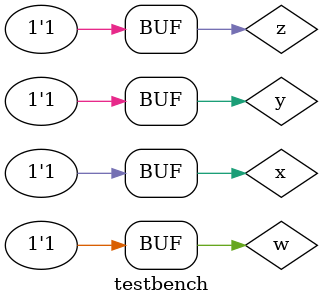
<source format=v>
`timescale 1ns / 1ps


module testbench;

	// Inputs
	reg w;
	reg x;
	reg y;
	reg z;

	// Outputs
	wire F1;
	wire F2;
	wire F3;

	// Instantiate the Unit Under Test (UUT)
	modu uut (
		.F1(F1), 
		.F2(F2), 
		.F3(F3), 
		.w(w), 
		.x(x), 
		.y(y), 
		.z(z)
	);

	initial begin
		// Initialize Inputs
w=0;
		x=0;
		y=0;
		z=0;
		#50;
		
		
		w=0;
		x=0;
		y=0;
		z=1;
		#50;
		
		
		w=0;
		x=0;
		y=1;
		z=0;
		#50;
		
		w=0;
		x=0;
		y=1;
		z=1;
		#50;
		
		w=0;
		x=1;
		y=0;
		z=0;
		#50;
		
		w=0;
		x=1;
		y=0;
		z=1;
		#50;
		
		w=0;
		x=1;
		y=1;
		z=0;
		#50;
		
		w=0;
		x=1;
		y=1;
		z=1;
		#50;
		
		w=1;
		x=0;
		y=0;
		z=0;
		#50;
		
		w=1;
		x=0;
		y=0;
		z=1;
		#50;
		
		w=1;
		x=0;
		y=1;
		z=0;
		#50;
		
		w=1;
		x=0;
		y=1;
		z=1;
		#50;
		
		w=1;
		x=1;
		y=0;
		z=0;
		#50;
		
		w=1;
		x=1;
		y=0;
		z=1;
		#50;
		
		w=1;
		x=1;
		y=1;
		z=0;
		#50;
		
		w=1;
		x=1;
		y=1;
		z=1;
		#50;
		// Add stimulus here

	end
      
endmodule


</source>
